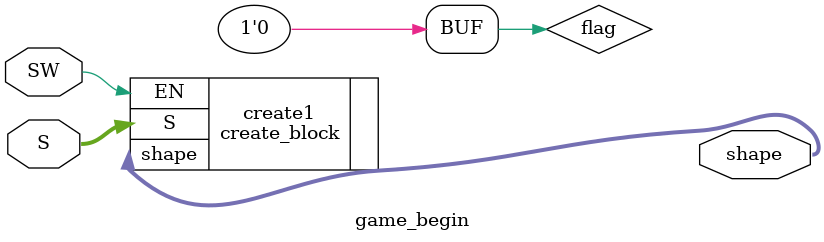
<source format=v>
module game_begin (
    input [2:0] S,                  //æ¶éä¿¡å·
    input SW,                   //æåä¸å¼å§?
    output wire [11:0] shape      //éæºæ°è¾å?
);

wire [31:0] clk_div;
reg flag = 0;

create_block create1(.S(S), .EN(SW), .shape(shape));

endmodule
</source>
